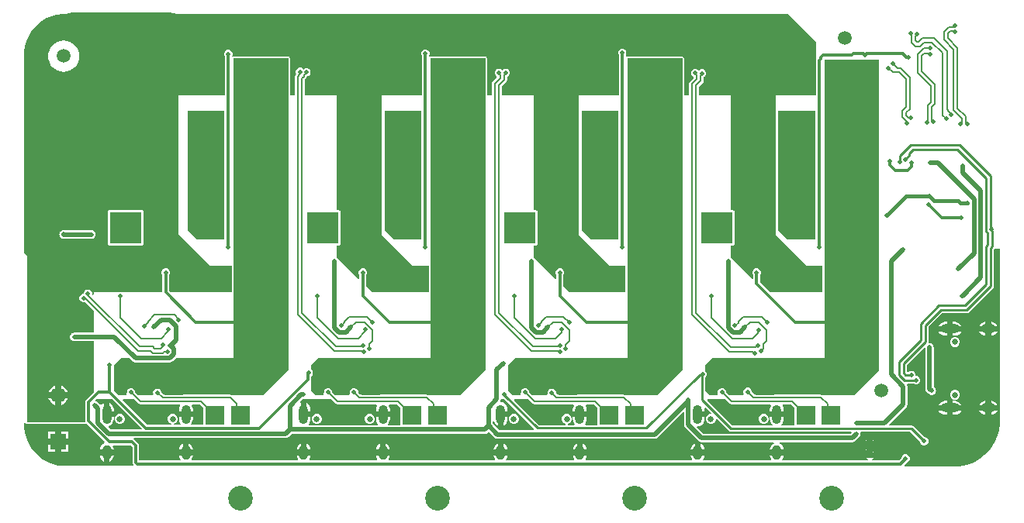
<source format=gbl>
G04*
G04 #@! TF.GenerationSoftware,Altium Limited,Altium Designer,23.4.1 (23)*
G04*
G04 Layer_Physical_Order=2*
G04 Layer_Color=16711680*
%FSLAX44Y44*%
%MOMM*%
G71*
G04*
G04 #@! TF.SameCoordinates,3060DD58-918D-4E1B-9459-4C9D01607EA3*
G04*
G04*
G04 #@! TF.FilePolarity,Positive*
G04*
G01*
G75*
%ADD34C,1.5000*%
%ADD36C,0.2032*%
%ADD37C,0.3048*%
%ADD38C,0.2540*%
%ADD39C,0.3810*%
%ADD40C,0.5080*%
%ADD55R,2.1082X2.1082*%
%ADD56O,1.0000X1.6000*%
%ADD57C,0.6750*%
%ADD58O,1.0000X2.1000*%
%ADD59C,1.7000*%
%ADD60R,1.7000X1.7000*%
%ADD61O,1.6000X1.0000*%
%ADD62O,2.1000X1.0000*%
%ADD63C,2.7000*%
%ADD64C,0.5000*%
%ADD65R,2.8461X3.0000*%
%ADD66R,3.5000X3.5000*%
%ADD67R,0.7028X2.6078*%
G36*
X160419Y606582D02*
X163874Y605656D01*
X164008Y605647D01*
X164136Y605604D01*
X170000Y604832D01*
D01*
X171181Y604676D01*
X171282Y604683D01*
X171381Y604660D01*
X174934Y604544D01*
X174967Y604549D01*
X175000Y604543D01*
X835525Y604543D01*
X866580Y573488D01*
X865987Y572895D01*
Y553488D01*
Y515988D01*
X822000D01*
Y363238D01*
X854868Y330370D01*
X854148Y329294D01*
X853583Y329528D01*
X851578D01*
X849725Y328760D01*
X848627Y327663D01*
X852580D01*
Y321313D01*
X848627D01*
X849452Y320488D01*
X848627Y319663D01*
X852580D01*
Y313313D01*
X848627D01*
X849452Y312488D01*
X848627Y311663D01*
X852580D01*
Y308488D01*
X855755D01*
Y304535D01*
X856250Y305031D01*
X857080Y305503D01*
X857910Y305031D01*
X858405Y304535D01*
Y308488D01*
X864755D01*
Y304535D01*
X865250Y305031D01*
X866080Y305503D01*
X866910Y305031D01*
X867725Y304215D01*
X869577Y303448D01*
X871582D01*
X871985Y303615D01*
X873041Y302909D01*
Y300488D01*
X815801D01*
X804891Y311398D01*
Y319431D01*
X805113Y319653D01*
X805798Y321307D01*
Y323097D01*
X805113Y324751D01*
X803847Y326017D01*
X802193Y326702D01*
X800403D01*
X798749Y326017D01*
X797483Y324751D01*
X796798Y323097D01*
Y321307D01*
X797483Y319653D01*
X797705Y319431D01*
Y315942D01*
X796532Y315456D01*
X773250Y338738D01*
Y351449D01*
X775000D01*
X775780Y351604D01*
X776442Y352046D01*
X776884Y352707D01*
X777039Y353488D01*
Y388488D01*
X776884Y389268D01*
X776442Y389930D01*
X775780Y390372D01*
X775000Y390527D01*
X773250D01*
Y515988D01*
X738075D01*
Y525160D01*
X742352Y529436D01*
X742352Y529436D01*
X743018Y530434D01*
X743252Y531611D01*
Y535676D01*
X743940Y535961D01*
X745206Y537227D01*
X745891Y538881D01*
Y540671D01*
X745206Y542325D01*
X743940Y543591D01*
X742286Y544276D01*
X740496D01*
X738842Y543591D01*
X737952Y542701D01*
X736941Y543713D01*
X735287Y544398D01*
X733497D01*
X731843Y543713D01*
X730577Y542447D01*
X729892Y540793D01*
Y539003D01*
X730577Y537349D01*
X731843Y536083D01*
X732228Y535923D01*
X732377Y534625D01*
X728254Y530502D01*
X727587Y529504D01*
X727353Y528327D01*
X727353Y528327D01*
Y515988D01*
X722119D01*
Y555988D01*
X721964Y556768D01*
X721522Y557430D01*
X720860Y557872D01*
X720080Y558027D01*
X660080D01*
X659443Y557900D01*
X659150Y557975D01*
X658697Y558286D01*
X658395Y559561D01*
X659080Y561215D01*
Y563005D01*
X658395Y564659D01*
X657129Y565925D01*
X655475Y566610D01*
X653685D01*
X652031Y565925D01*
X650765Y564659D01*
X650080Y563005D01*
Y561215D01*
X650765Y559561D01*
X650987Y559339D01*
Y515988D01*
X607000D01*
Y363238D01*
X639868Y330370D01*
X639148Y329294D01*
X638582Y329528D01*
X636577D01*
X634725Y328760D01*
X633627Y327663D01*
X637580D01*
Y321313D01*
X633627D01*
X634452Y320488D01*
X633627Y319663D01*
X637580D01*
Y313313D01*
X633627D01*
X634452Y312488D01*
X633627Y311663D01*
X637580D01*
Y308488D01*
X640755D01*
Y304535D01*
X641250Y305031D01*
X642080Y305503D01*
X642910Y305031D01*
X643405Y304535D01*
Y308488D01*
X649755D01*
Y304535D01*
X650250Y305031D01*
X651080Y305503D01*
X651910Y305031D01*
X652725Y304215D01*
X654577Y303448D01*
X656582D01*
X656985Y303615D01*
X658041Y302909D01*
Y300488D01*
X596500D01*
X589891Y307097D01*
X589891Y319431D01*
X590113Y319653D01*
X590798Y321307D01*
Y323097D01*
X590113Y324751D01*
X588847Y326017D01*
X587193Y326702D01*
X585403D01*
X583749Y326017D01*
X582483Y324751D01*
X581798Y323097D01*
Y321307D01*
X582483Y319653D01*
X582705Y319431D01*
Y315942D01*
X581532Y315456D01*
X558250Y338738D01*
Y351449D01*
X560000D01*
X560780Y351604D01*
X561442Y352046D01*
X561884Y352707D01*
X562039Y353488D01*
Y388488D01*
X561884Y389268D01*
X561442Y389930D01*
X560780Y390372D01*
X560000Y390527D01*
X558250D01*
Y515988D01*
X523075D01*
Y525672D01*
X528002Y530599D01*
X528002Y530599D01*
X528669Y531597D01*
X528903Y532774D01*
Y536188D01*
X529591Y536473D01*
X530857Y537739D01*
X531542Y539393D01*
Y541183D01*
X530857Y542837D01*
X529591Y544103D01*
X527937Y544788D01*
X526147D01*
X524493Y544103D01*
X523542Y543152D01*
X522591Y544103D01*
X520937Y544788D01*
X519147D01*
X517493Y544103D01*
X516227Y542837D01*
X515542Y541183D01*
Y539393D01*
X516227Y537739D01*
X517205Y536761D01*
X517412Y535494D01*
X517383Y535144D01*
X513254Y531014D01*
X512587Y530016D01*
X512353Y528839D01*
X512353Y528839D01*
Y515988D01*
X507119D01*
Y555988D01*
X506964Y556768D01*
X506522Y557430D01*
X505860Y557872D01*
X505080Y558027D01*
X445080D01*
X444537Y557919D01*
X444454Y557947D01*
X443934Y558464D01*
X443642Y558937D01*
X444174Y560221D01*
Y562011D01*
X443489Y563665D01*
X442223Y564931D01*
X440569Y565616D01*
X438779D01*
X437125Y564931D01*
X435859Y563665D01*
X435174Y562011D01*
Y560221D01*
X435859Y558567D01*
X436081Y558345D01*
Y553960D01*
X435987Y553488D01*
Y515988D01*
X392000D01*
Y363238D01*
X424868Y330370D01*
X424148Y329294D01*
X423582Y329528D01*
X421577D01*
X419725Y328760D01*
X418627Y327663D01*
X422580D01*
Y321313D01*
X418627D01*
X419452Y320488D01*
X418627Y319663D01*
X422580D01*
Y313313D01*
X418627D01*
X419452Y312488D01*
X418627Y311663D01*
X422580D01*
Y308488D01*
X425755D01*
Y304535D01*
X426250Y305031D01*
X427080Y305503D01*
X427910Y305031D01*
X428405Y304535D01*
Y308488D01*
X434755D01*
Y304535D01*
X435250Y305031D01*
X436080Y305503D01*
X436910Y305031D01*
X437725Y304215D01*
X439577Y303448D01*
X441582D01*
X441985Y303615D01*
X443041Y302909D01*
Y300488D01*
X381500D01*
X374891Y307097D01*
X374891Y319431D01*
X375113Y319653D01*
X375798Y321307D01*
Y323097D01*
X375113Y324751D01*
X373847Y326017D01*
X372193Y326702D01*
X370403D01*
X368749Y326017D01*
X367483Y324751D01*
X366798Y323097D01*
Y321307D01*
X367483Y319653D01*
X367705Y319431D01*
Y315942D01*
X366532Y315456D01*
X343250Y338738D01*
Y351449D01*
X345000D01*
X345780Y351604D01*
X346442Y352046D01*
X346884Y352707D01*
X347039Y353488D01*
Y388488D01*
X346884Y389268D01*
X346442Y389930D01*
X345780Y390372D01*
X345000Y390527D01*
X343250D01*
Y515988D01*
X308075D01*
Y533227D01*
X309083Y534235D01*
X309749Y535232D01*
X309935Y536164D01*
X310377Y536606D01*
X310755D01*
X312409Y537291D01*
X313675Y538557D01*
X314360Y540211D01*
Y542001D01*
X313675Y543655D01*
X312409Y544921D01*
X310755Y545606D01*
X308965D01*
X307311Y544921D01*
X306411Y544021D01*
X305236Y545195D01*
X303582Y545880D01*
X301792D01*
X300138Y545195D01*
X298873Y543929D01*
X298187Y542276D01*
Y540485D01*
X298768Y539083D01*
X298254Y538569D01*
X297587Y537571D01*
X297353Y536395D01*
X297353Y536394D01*
Y515988D01*
X292119D01*
Y555988D01*
X291964Y556768D01*
X291522Y557430D01*
X290860Y557872D01*
X290080Y558027D01*
X230080D01*
X229565Y557924D01*
X228904Y558477D01*
X228607Y558930D01*
X229036Y559967D01*
Y561757D01*
X228351Y563411D01*
X227085Y564677D01*
X225431Y565362D01*
X223641D01*
X221987Y564677D01*
X220721Y563411D01*
X220036Y561757D01*
Y559967D01*
X220721Y558313D01*
X220987Y558047D01*
Y515988D01*
X170000D01*
X170000Y364238D01*
X204359Y329879D01*
X204203Y328239D01*
X203627Y327663D01*
X207580D01*
Y321313D01*
X203627D01*
X204452Y320488D01*
X203627Y319663D01*
X207580D01*
Y313313D01*
X203627D01*
X204452Y312488D01*
X203627Y311663D01*
X207580D01*
Y308488D01*
X210755D01*
Y304535D01*
X211250Y305031D01*
X212080Y305503D01*
X212910Y305031D01*
X213405Y304535D01*
Y308488D01*
X219755D01*
Y304535D01*
X220250Y305031D01*
X221080Y305503D01*
X221910Y305031D01*
X222725Y304215D01*
X224578Y303448D01*
X226583D01*
X226985Y303615D01*
X228041Y302909D01*
Y300488D01*
X161376D01*
X159891Y301973D01*
X159891Y319431D01*
X160113Y319653D01*
X160798Y321307D01*
Y323097D01*
X160113Y324751D01*
X158847Y326017D01*
X157193Y326702D01*
X155403D01*
X153749Y326017D01*
X153500Y325768D01*
X152483Y324751D01*
X151798Y323097D01*
Y321307D01*
X152483Y319653D01*
X152705Y319431D01*
X152705Y300988D01*
D01*
Y300488D01*
X107535D01*
X107409Y300540D01*
X105619D01*
X105493Y300488D01*
X77580D01*
Y297948D01*
X76310Y297421D01*
X75846Y297885D01*
X75974Y298192D01*
Y299982D01*
X75764Y300488D01*
X75288Y301636D01*
X74023Y302902D01*
X72369Y303587D01*
X70578D01*
X68924Y302902D01*
X67659Y301636D01*
X67183Y300488D01*
X66974Y299982D01*
Y298638D01*
X65629D01*
X63975Y297952D01*
X62709Y296687D01*
X62024Y295033D01*
Y293242D01*
X62709Y291589D01*
X63975Y290323D01*
X65629Y289638D01*
X67419D01*
X68107Y289923D01*
X77580Y280449D01*
Y256373D01*
X56388D01*
X55740Y256244D01*
X55493D01*
X55265Y256149D01*
X54617Y256020D01*
X54067Y255653D01*
X53839Y255559D01*
X53664Y255384D01*
X53115Y255017D01*
X52748Y254467D01*
X52573Y254293D01*
X52479Y254065D01*
X52111Y253515D01*
X51982Y252867D01*
X51888Y252639D01*
Y252392D01*
X51759Y251744D01*
X51888Y251096D01*
Y250849D01*
X51982Y250621D01*
X52111Y249972D01*
X52479Y249423D01*
X52573Y249195D01*
X52748Y249020D01*
X53115Y248471D01*
X53664Y248103D01*
X53839Y247929D01*
X54067Y247834D01*
X54617Y247467D01*
X55265Y247338D01*
X55493Y247244D01*
X55740D01*
X56388Y247115D01*
X77580D01*
Y191403D01*
X69341Y183165D01*
X68562Y181999D01*
X68289Y180624D01*
Y159719D01*
X68338Y159470D01*
X67533Y158488D01*
X5080D01*
Y340176D01*
X2039Y343217D01*
X2039Y560908D01*
X2039Y563768D01*
X2785Y569439D01*
X4266Y574964D01*
X6455Y580249D01*
X9315Y585202D01*
X12797Y589740D01*
X16842Y593785D01*
X21379Y597267D01*
X26333Y600127D01*
X31618Y602316D01*
X37143Y603796D01*
X42814Y604543D01*
X45674Y604543D01*
X45724Y604553D01*
X45774Y604545D01*
X47244Y604617D01*
X47391Y604654D01*
X47542D01*
X50426Y605228D01*
X50612Y605304D01*
X50809Y605344D01*
X53525Y606469D01*
X53692Y606580D01*
X53696Y606582D01*
X106739Y606582D01*
X128174D01*
X128174Y606582D01*
X160419D01*
X160419Y606582D01*
D02*
G37*
G36*
X865000Y358488D02*
X835000D01*
X825000Y368488D01*
Y498488D01*
X865000D01*
Y358488D01*
D02*
G37*
G36*
X650000D02*
X620000D01*
X610000Y368488D01*
Y498488D01*
X650000D01*
Y358488D01*
D02*
G37*
G36*
X435000D02*
X405000D01*
X395000Y368488D01*
Y498488D01*
X435000D01*
Y358488D01*
D02*
G37*
G36*
X220000D02*
X190000D01*
X180000Y368488D01*
Y498488D01*
X220000D01*
Y358488D01*
D02*
G37*
G36*
X290080Y215488D02*
X272080Y197488D01*
X263080Y188488D01*
X226777D01*
X226480Y188547D01*
X226480Y188547D01*
X175080D01*
Y188488D01*
X155080Y188488D01*
Y188547D01*
X154094D01*
X151565Y191076D01*
Y191606D01*
X150880Y193260D01*
X149614Y194526D01*
X147960Y195211D01*
X146170D01*
X144516Y194526D01*
X143250Y193260D01*
X142565Y191606D01*
Y189816D01*
X142677Y189544D01*
X141972Y188488D01*
X125705D01*
X122952Y191241D01*
Y192287D01*
X122267Y193941D01*
X121001Y195207D01*
X119347Y195892D01*
X117557D01*
X115903Y195207D01*
X114637Y193941D01*
X113952Y192287D01*
Y190701D01*
X113809Y190334D01*
X113626Y190125D01*
Y188488D01*
X105080D01*
X100080Y193488D01*
X100080Y201551D01*
X100080Y201551D01*
Y220988D01*
X107580Y228488D01*
X116786D01*
X119917Y225357D01*
X119917Y225357D01*
X121419Y224353D01*
X123190Y224001D01*
X160883D01*
X160883Y224001D01*
X162655Y224353D01*
X164156Y225357D01*
X167288Y228488D01*
X230080D01*
Y535488D01*
Y555988D01*
X290080D01*
Y215488D01*
D02*
G37*
G36*
X935080D02*
X917080Y197488D01*
X908080Y188488D01*
X871777D01*
X871480Y188547D01*
X871480Y188547D01*
X820080D01*
Y188488D01*
X800080Y188488D01*
Y188547D01*
X798812D01*
X795710Y191649D01*
Y192695D01*
X795025Y194349D01*
X793759Y195615D01*
X792105Y196300D01*
X790315D01*
X788661Y195615D01*
X787395Y194349D01*
X786710Y192695D01*
Y190905D01*
X787185Y189758D01*
X786499Y188488D01*
X770705D01*
X767952Y191241D01*
Y192287D01*
X767267Y193941D01*
X766001Y195207D01*
X764347Y195892D01*
X762557D01*
X760903Y195207D01*
X759637Y193941D01*
X758952Y192287D01*
Y190701D01*
X758809Y190334D01*
X758626Y190125D01*
Y188488D01*
X750080D01*
X745080Y193488D01*
X745080Y207238D01*
X745144D01*
Y207266D01*
X746067Y208189D01*
X746752Y209843D01*
Y211633D01*
X746067Y213287D01*
X745080Y214274D01*
Y220988D01*
X752580Y228488D01*
X875080D01*
Y535488D01*
Y555020D01*
X935080D01*
Y215488D01*
D02*
G37*
G36*
X720080D02*
X702080Y197488D01*
X693080Y188488D01*
X656777D01*
X656480Y188547D01*
X656480Y188547D01*
X605080D01*
Y188488D01*
X585080Y188488D01*
Y188547D01*
X584094D01*
X582081Y190560D01*
Y191606D01*
X581396Y193260D01*
X580130Y194526D01*
X578476Y195211D01*
X576686D01*
X575032Y194526D01*
X573766Y193260D01*
X573081Y191606D01*
Y189816D01*
X573194Y189544D01*
X572488Y188488D01*
X555705D01*
X552952Y191241D01*
Y192287D01*
X552267Y193941D01*
X551001Y195207D01*
X549347Y195892D01*
X547557D01*
X545903Y195207D01*
X544637Y193941D01*
X543952Y192287D01*
Y190701D01*
X543809Y190334D01*
X543626Y190125D01*
Y188488D01*
X535080D01*
X530080Y193488D01*
X530080Y201551D01*
X530080Y201551D01*
Y220988D01*
X537580Y228488D01*
X660080D01*
Y535488D01*
Y555988D01*
X720080D01*
Y215488D01*
D02*
G37*
G36*
X505080D02*
X487080Y197488D01*
X478080Y188488D01*
X441777D01*
X441480Y188547D01*
X441480Y188547D01*
X390080D01*
Y188488D01*
X370080Y188488D01*
Y188547D01*
X368536D01*
X366196Y190887D01*
Y191933D01*
X365511Y193587D01*
X364245Y194853D01*
X362591Y195538D01*
X360801D01*
X359147Y194853D01*
X357881Y193587D01*
X357196Y191933D01*
Y190143D01*
X357355Y189758D01*
X356507Y188488D01*
X340705D01*
X337952Y191241D01*
Y192287D01*
X337267Y193941D01*
X336001Y195207D01*
X334347Y195892D01*
X332557D01*
X330903Y195207D01*
X329637Y193941D01*
X328952Y192287D01*
Y190701D01*
X328809Y190334D01*
X328626Y190125D01*
Y188488D01*
X320080D01*
X315080Y193488D01*
X315080Y201551D01*
X315080Y201551D01*
Y204813D01*
X315080Y204813D01*
Y207238D01*
X315149D01*
Y208739D01*
X316357Y209947D01*
X317042Y211601D01*
Y213391D01*
X316357Y215045D01*
X315091Y216311D01*
X315080Y216315D01*
Y220988D01*
X322580Y228488D01*
X445080D01*
Y535488D01*
Y555988D01*
X505080D01*
Y215488D01*
D02*
G37*
G36*
X1066793Y159740D02*
X1066793Y156514D01*
X1065950Y150118D01*
X1064281Y143887D01*
X1061812Y137927D01*
X1058587Y132340D01*
X1054659Y127222D01*
X1050098Y122660D01*
X1044980Y118733D01*
X1039393Y115507D01*
X1033433Y113039D01*
X1027202Y111369D01*
X1020806Y110527D01*
X1017580Y110527D01*
X962804Y110527D01*
X962318Y111700D01*
X965368Y114750D01*
X966345Y115155D01*
X967611Y116421D01*
X968296Y118075D01*
Y119865D01*
X967611Y121519D01*
X966345Y122785D01*
X964691Y123470D01*
X962901D01*
X961247Y122785D01*
X959981Y121519D01*
X959296Y119865D01*
Y118841D01*
X957060Y116605D01*
X927172D01*
X926920Y117875D01*
X927669Y118185D01*
X928767Y119283D01*
X920861D01*
X921959Y118185D01*
X922708Y117875D01*
X922456Y116605D01*
X829870D01*
X829244Y117875D01*
X829866Y118685D01*
X830626Y120520D01*
X830862Y122313D01*
X823280D01*
X815698D01*
X815934Y120520D01*
X816694Y118685D01*
X817316Y117875D01*
X816689Y116605D01*
X743471D01*
X742844Y117875D01*
X743466Y118685D01*
X744226Y120520D01*
X744462Y122313D01*
X729298D01*
X729534Y120520D01*
X730294Y118685D01*
X730916Y117875D01*
X730290Y116605D01*
X614870D01*
X614244Y117875D01*
X614866Y118685D01*
X615626Y120520D01*
X615862Y122313D01*
X608280D01*
X600698D01*
X600934Y120520D01*
X601694Y118685D01*
X602316Y117875D01*
X601689Y116605D01*
X528471D01*
X527844Y117875D01*
X528466Y118685D01*
X529226Y120520D01*
X529462Y122313D01*
X514298D01*
X514534Y120520D01*
X515294Y118685D01*
X515916Y117875D01*
X515290Y116605D01*
X399870D01*
X399244Y117875D01*
X399866Y118685D01*
X400626Y120520D01*
X400862Y122313D01*
X393280D01*
Y125488D01*
D01*
Y122313D01*
X385698D01*
X385934Y120520D01*
X386694Y118685D01*
X387316Y117875D01*
X386689Y116605D01*
X313471D01*
X312844Y117875D01*
X313466Y118685D01*
X314226Y120520D01*
X314462Y122313D01*
X299298D01*
X299534Y120520D01*
X300294Y118685D01*
X300916Y117875D01*
X300290Y116605D01*
X184870D01*
X184244Y117875D01*
X184866Y118685D01*
X185626Y120520D01*
X185862Y122313D01*
X178280D01*
Y125488D01*
D01*
Y122313D01*
X170698D01*
X170934Y120520D01*
X171694Y118685D01*
X172316Y117875D01*
X171689Y116605D01*
X127037D01*
Y132872D01*
X126763Y134247D01*
X125985Y135413D01*
X121845Y139553D01*
X121235Y139960D01*
X121620Y141230D01*
X287307D01*
X287307Y141230D01*
X289078Y141582D01*
X290580Y142586D01*
X293763Y145769D01*
X504444D01*
X504444Y145769D01*
X506215Y146121D01*
X507717Y147125D01*
X508762Y148169D01*
X515141Y141791D01*
X515141Y141791D01*
X516643Y140787D01*
X518414Y140435D01*
X518414Y140435D01*
X689864D01*
X689864Y140435D01*
X691635Y140787D01*
X693137Y141791D01*
X720892Y169545D01*
X722065Y169059D01*
Y155732D01*
X722065Y155732D01*
X722417Y153960D01*
X723421Y152459D01*
X737899Y137981D01*
X737899Y137981D01*
X739401Y136977D01*
X741172Y136625D01*
X741172Y136625D01*
X819903D01*
X820155Y135355D01*
X819477Y135074D01*
X817902Y133865D01*
X816694Y132290D01*
X815934Y130456D01*
X815698Y128663D01*
X823280D01*
X830862D01*
X830626Y130456D01*
X829866Y132290D01*
X828658Y133865D01*
X827082Y135074D01*
X826405Y135355D01*
X826657Y136625D01*
X905510D01*
X905510Y136625D01*
X907281Y136977D01*
X908783Y137981D01*
X913169Y142367D01*
X913536Y142916D01*
X913711Y143091D01*
X913805Y143319D01*
X914173Y143868D01*
X914302Y144517D01*
X914396Y144745D01*
Y144991D01*
X914525Y145640D01*
X914396Y146288D01*
Y146535D01*
X914302Y146763D01*
X914285Y146846D01*
X915024Y147979D01*
X915229Y148116D01*
X968863D01*
X979496Y137483D01*
Y136803D01*
X980181Y135149D01*
X981447Y133883D01*
X983101Y133198D01*
X984891D01*
X986545Y133883D01*
X987811Y135149D01*
X988496Y136803D01*
Y138593D01*
X987811Y140247D01*
X986545Y141513D01*
X984891Y142198D01*
X984211D01*
X972601Y153807D01*
X971520Y154530D01*
X970244Y154784D01*
X946296D01*
X945810Y155957D01*
X964409Y174557D01*
X964409Y174557D01*
X964777Y175106D01*
X964951Y175281D01*
X965045Y175509D01*
X965413Y176058D01*
X965542Y176707D01*
X965636Y176935D01*
Y177181D01*
X965765Y177830D01*
X965765Y177830D01*
Y197645D01*
X965765Y197646D01*
X965413Y199417D01*
X965206Y199726D01*
X965885Y200996D01*
X972348D01*
X972594Y200750D01*
X974248Y200065D01*
X976038D01*
X977692Y200750D01*
X978958Y202016D01*
X979643Y203670D01*
Y205460D01*
X978958Y207114D01*
X977692Y208380D01*
X976038Y209065D01*
X974748D01*
X974654Y209205D01*
Y210996D01*
X973969Y212649D01*
X972703Y213915D01*
X971050Y214600D01*
X969259D01*
X967606Y213915D01*
X967448Y213758D01*
X965232D01*
Y221335D01*
X983939Y240042D01*
X985209Y239516D01*
Y195246D01*
X985209Y195246D01*
X985561Y193474D01*
X986565Y191973D01*
X988923Y189615D01*
X988923Y189615D01*
X990425Y188611D01*
X991292Y188439D01*
X991415Y188388D01*
X991548D01*
X992196Y188259D01*
X992196Y188259D01*
X992310D01*
X992958Y188388D01*
X993205D01*
X993433Y188482D01*
X994081Y188611D01*
X994631Y188979D01*
X994859Y189073D01*
X995033Y189247D01*
X995583Y189615D01*
X995950Y190164D01*
X996125Y190339D01*
X996219Y190567D01*
X996587Y191116D01*
X996716Y191765D01*
X996810Y191993D01*
Y192239D01*
X996939Y192888D01*
X996810Y193536D01*
Y193783D01*
X996716Y194011D01*
X996587Y194659D01*
X996219Y195209D01*
X996125Y195437D01*
X995950Y195611D01*
X995583Y196161D01*
X995239Y196391D01*
X994467Y197163D01*
Y240568D01*
X994338Y241216D01*
Y241463D01*
X994244Y241691D01*
X994115Y242339D01*
X993747Y242889D01*
X993653Y243117D01*
X993478Y243291D01*
X993111Y243841D01*
X992561Y244208D01*
X992387Y244383D01*
X992159Y244477D01*
X991609Y244844D01*
X990961Y244973D01*
X990733Y245068D01*
X990486D01*
X989838Y245197D01*
X989714Y245172D01*
X988661Y246034D01*
X988600Y246241D01*
Y262809D01*
X1003411Y277620D01*
X1030550D01*
X1031826Y277874D01*
X1032908Y278596D01*
X1059187Y304876D01*
X1059910Y305958D01*
X1060164Y307234D01*
Y347439D01*
X1060997Y348271D01*
X1061141Y348488D01*
X1066793D01*
Y159740D01*
D02*
G37*
G36*
X126438Y179058D02*
X126438Y179057D01*
X127435Y178391D01*
X128612Y178157D01*
X171460Y178157D01*
X172022Y177018D01*
X171694Y176590D01*
X170934Y174756D01*
X170675Y172788D01*
Y170463D01*
X178280D01*
X185885D01*
Y172788D01*
X185626Y174756D01*
X184866Y176590D01*
X184538Y177018D01*
X185100Y178157D01*
X193562D01*
X197539Y174180D01*
Y155516D01*
X184455D01*
X183946Y156786D01*
X184866Y157985D01*
X185626Y159819D01*
X185885Y161788D01*
Y164113D01*
X178280D01*
X170675D01*
Y161788D01*
X170934Y159819D01*
X171694Y157985D01*
X172614Y156786D01*
X172105Y155516D01*
X165719D01*
X165466Y156786D01*
X167024Y157431D01*
X168536Y158943D01*
X169354Y160919D01*
Y163057D01*
X168536Y165033D01*
X167024Y166544D01*
X165048Y167363D01*
X162910D01*
X160935Y166544D01*
X159423Y165033D01*
X158604Y163057D01*
Y160919D01*
X159423Y158943D01*
X160935Y157431D01*
X162492Y156786D01*
X162239Y155516D01*
X136361D01*
X109563Y182314D01*
X110049Y183488D01*
X122007D01*
X126438Y179058D01*
D02*
G37*
G36*
X556437D02*
X556438Y179057D01*
X557435Y178391D01*
X558612Y178157D01*
X601460Y178157D01*
X602022Y177018D01*
X601694Y176590D01*
X600934Y174756D01*
X600675Y172788D01*
Y170463D01*
X608280D01*
X615885D01*
Y172788D01*
X615626Y174756D01*
X614866Y176590D01*
X614538Y177018D01*
X615100Y178157D01*
X623562D01*
X627539Y174180D01*
Y155442D01*
X614327D01*
X613889Y156712D01*
X614866Y157985D01*
X615626Y159819D01*
X615885Y161788D01*
Y164113D01*
X608280D01*
X600675D01*
Y161788D01*
X600934Y159819D01*
X601694Y157985D01*
X602671Y156712D01*
X602233Y155442D01*
X595541D01*
X595288Y156712D01*
X597024Y157431D01*
X598536Y158943D01*
X599354Y160919D01*
Y163057D01*
X598536Y165033D01*
X597024Y166544D01*
X595048Y167363D01*
X592910D01*
X590934Y166544D01*
X589422Y165033D01*
X588604Y163057D01*
Y160919D01*
X589422Y158943D01*
X590934Y157431D01*
X592670Y156712D01*
X592418Y155442D01*
X563261D01*
X536388Y182314D01*
X536874Y183488D01*
X552007D01*
X556437Y179058D01*
D02*
G37*
G36*
X341437D02*
X341438Y179057D01*
X342435Y178391D01*
X343612Y178157D01*
X386460Y178157D01*
X387022Y177018D01*
X386694Y176590D01*
X385934Y174756D01*
X385675Y172788D01*
Y170463D01*
X393280D01*
X400885D01*
Y172788D01*
X400626Y174756D01*
X399866Y176590D01*
X399538Y177018D01*
X400100Y178157D01*
X408562D01*
X412539Y174180D01*
Y155027D01*
X398941D01*
X398510Y156297D01*
X398657Y156410D01*
X399866Y157985D01*
X400626Y159819D01*
X400885Y161788D01*
Y164113D01*
X393280D01*
X385675D01*
Y161788D01*
X385934Y159819D01*
X386694Y157985D01*
X387902Y156410D01*
X388050Y156297D01*
X387619Y155027D01*
X312541D01*
X312110Y156297D01*
X312258Y156410D01*
X313466Y157985D01*
X314226Y159819D01*
X314485Y161788D01*
Y164113D01*
X306880D01*
Y167288D01*
X303705D01*
Y179634D01*
X303383Y179501D01*
X302664Y180577D01*
X305574Y183488D01*
X337007D01*
X341437Y179058D01*
D02*
G37*
G36*
X558310Y150963D02*
X557784Y149693D01*
X520331D01*
X513391Y156633D01*
Y159261D01*
X514661Y159514D01*
X515294Y157985D01*
X516502Y156410D01*
X518078Y155202D01*
X518705Y154942D01*
Y167288D01*
X521880D01*
Y170463D01*
X529485D01*
Y172788D01*
X529226Y174756D01*
X528466Y176590D01*
X527258Y178165D01*
X525683Y179374D01*
X523848Y180134D01*
X522325Y180334D01*
X521598Y181532D01*
X521675Y181646D01*
X522027Y183418D01*
X523237Y183488D01*
X525785D01*
X558310Y150963D01*
D02*
G37*
G36*
X771438Y179058D02*
X771438Y179057D01*
X772435Y178391D01*
X773612Y178157D01*
X816460Y178157D01*
X817022Y177018D01*
X816694Y176590D01*
X815934Y174756D01*
X815675Y172788D01*
Y170463D01*
X823280D01*
X830885D01*
Y172788D01*
X830626Y174756D01*
X829866Y176590D01*
X829538Y177018D01*
X830100Y178157D01*
X838562D01*
X842539Y174180D01*
Y154784D01*
X828624D01*
X828193Y156054D01*
X828657Y156410D01*
X829866Y157985D01*
X830626Y159819D01*
X830885Y161788D01*
Y164113D01*
X823280D01*
X815675D01*
Y161788D01*
X815934Y159819D01*
X816694Y157985D01*
X817902Y156410D01*
X818367Y156054D01*
X817936Y154784D01*
X774775D01*
X747244Y182314D01*
X747730Y183488D01*
X767007D01*
X771438Y179058D01*
D02*
G37*
G36*
X751496Y168633D02*
X750970Y167363D01*
X750112D01*
X748136Y166544D01*
X746624Y165033D01*
X745806Y163057D01*
Y160919D01*
X746624Y158943D01*
X748136Y157431D01*
X750112Y156613D01*
X752250D01*
X754226Y157431D01*
X755738Y158943D01*
X756556Y160919D01*
Y161777D01*
X757826Y162303D01*
X771037Y149092D01*
X772118Y148370D01*
X773394Y148116D01*
X904166D01*
X904652Y146943D01*
X903593Y145883D01*
X743089D01*
X735947Y153025D01*
X736541Y154228D01*
X736880Y154183D01*
X738848Y154442D01*
X740683Y155202D01*
X742258Y156410D01*
X743466Y157985D01*
X744226Y159820D01*
X744485Y161788D01*
Y164113D01*
X736880D01*
Y170463D01*
X744485D01*
Y172788D01*
X744324Y174008D01*
X745527Y174601D01*
X751496Y168633D01*
D02*
G37*
G36*
X130053Y151661D02*
X129567Y150488D01*
X96235D01*
X93454Y153269D01*
X94010Y154509D01*
X95683Y155202D01*
X97258Y156410D01*
X98466Y157985D01*
X99226Y159819D01*
X99485Y161788D01*
Y164113D01*
X91880D01*
Y167288D01*
X88705D01*
Y179634D01*
X88078Y179374D01*
X86503Y178165D01*
X86194Y177764D01*
X84927Y177681D01*
X82267Y180341D01*
X81718Y180708D01*
X81543Y180883D01*
X81315Y180977D01*
X80765Y181344D01*
X80182Y181460D01*
X80041Y181713D01*
X79829Y182384D01*
X79795Y182838D01*
X80331Y183488D01*
X98227D01*
X130053Y151661D01*
D02*
G37*
G36*
X3638Y157046D02*
X4300Y156604D01*
X5080Y156449D01*
X67533D01*
X67632Y156468D01*
X67733Y156459D01*
X68019Y156545D01*
X68313Y156604D01*
X68397Y156660D01*
X68494Y156689D01*
X69045Y157007D01*
X70069Y156442D01*
X70109Y156411D01*
X89512Y137007D01*
X89189Y135534D01*
X88078Y135074D01*
X86503Y133865D01*
X85294Y132290D01*
X84534Y130456D01*
X84298Y128663D01*
X99462D01*
X99226Y130456D01*
X98525Y132149D01*
X98919Y133208D01*
X99023Y133419D01*
X117816D01*
X119851Y131384D01*
Y114797D01*
X120125Y113422D01*
X120903Y112257D01*
X121144Y112016D01*
X120656Y110844D01*
X40452Y111072D01*
X38676Y111306D01*
X32910Y112851D01*
X27394Y115136D01*
X22225Y118121D01*
X17488Y121755D01*
X13267Y125976D01*
X9633Y130712D01*
X6648Y135882D01*
X4363Y141398D01*
X2818Y147164D01*
X2039Y153083D01*
X2039Y157327D01*
X2635Y157523D01*
X3309Y157538D01*
X3638Y157046D01*
D02*
G37*
%LPC*%
G36*
X45000Y575570D02*
X41667Y575242D01*
X38463Y574270D01*
X35510Y572691D01*
X32921Y570567D01*
X30797Y567978D01*
X29218Y565025D01*
X28246Y561820D01*
X27918Y558488D01*
X28246Y555155D01*
X29218Y551951D01*
X30797Y548997D01*
X32921Y546409D01*
X35510Y544285D01*
X38463Y542706D01*
X41667Y541734D01*
X45000Y541406D01*
X48333Y541734D01*
X51537Y542706D01*
X54490Y544285D01*
X57079Y546409D01*
X59203Y548997D01*
X60782Y551951D01*
X61754Y555155D01*
X62082Y558488D01*
X61754Y561820D01*
X60782Y565025D01*
X59203Y567978D01*
X57079Y570567D01*
X54490Y572691D01*
X51537Y574270D01*
X48333Y575242D01*
X45000Y575570D01*
D02*
G37*
G36*
X45212Y368387D02*
X45212Y368387D01*
X44772D01*
X44124Y368258D01*
X43877D01*
X43649Y368163D01*
X43001Y368034D01*
X42451Y367667D01*
X42223Y367573D01*
X42049Y367398D01*
X42005Y367369D01*
X41499Y367031D01*
X41132Y366481D01*
X40957Y366307D01*
X40863Y366079D01*
X40843Y366050D01*
X40495Y365529D01*
X40367Y364881D01*
X40272Y364653D01*
Y364406D01*
X40143Y363758D01*
X40272Y363110D01*
Y362863D01*
X40367Y362635D01*
X40495Y361986D01*
X40863Y361437D01*
X40957Y361209D01*
X41132Y361034D01*
X41499Y360485D01*
X42049Y360117D01*
X42223Y359943D01*
X42451Y359849D01*
X43001Y359481D01*
X43649Y359352D01*
X43877Y359258D01*
X44124D01*
X44772Y359129D01*
X45096D01*
X45241Y359100D01*
X45241Y359100D01*
X75213D01*
X75861Y359229D01*
X76108D01*
X76336Y359324D01*
X76984Y359452D01*
X77534Y359820D01*
X77762Y359914D01*
X77936Y360089D01*
D01*
X78486Y360456D01*
X78853Y361006D01*
X78882Y361034D01*
X79028Y361180D01*
X79122Y361408D01*
D01*
X79489Y361958D01*
X79495Y361986D01*
X79618Y362606D01*
X79713Y362834D01*
Y363081D01*
D01*
X79842Y363729D01*
X79836Y363758D01*
X79713Y364377D01*
D01*
Y364624D01*
X79618Y364852D01*
X79489Y365500D01*
X79122Y366050D01*
X79028Y366278D01*
X78853Y366452D01*
X78486Y367002D01*
X78443Y367031D01*
X77936Y367369D01*
X77762Y367544D01*
X77534Y367638D01*
X76984Y368006D01*
X76336Y368135D01*
X76108Y368229D01*
X75861D01*
X75213Y368358D01*
X45357D01*
X45212Y368387D01*
D02*
G37*
G36*
X130000Y390527D02*
X95000D01*
X94220Y390372D01*
X93558Y389930D01*
X93116Y389268D01*
X92961Y388488D01*
Y353488D01*
X93116Y352707D01*
X93558Y352046D01*
X94220Y351604D01*
X95000Y351449D01*
X130000D01*
X130780Y351604D01*
X131442Y352046D01*
X131884Y352707D01*
X132039Y353488D01*
Y388488D01*
X131884Y389268D01*
X131442Y389930D01*
X130780Y390372D01*
X130000Y390527D01*
D02*
G37*
G36*
X849405Y305313D02*
X848627D01*
X849405Y304535D01*
Y305313D01*
D02*
G37*
G36*
X634405D02*
X633627D01*
X634405Y304535D01*
Y305313D01*
D02*
G37*
G36*
X419405D02*
X418627D01*
X419405Y304535D01*
Y305313D01*
D02*
G37*
G36*
X204405D02*
X203627D01*
X204405Y304535D01*
Y305313D01*
D02*
G37*
G36*
X42037Y198569D02*
Y191165D01*
X49441D01*
X49150Y192251D01*
X47696Y194769D01*
X45641Y196824D01*
X43123Y198277D01*
X42037Y198569D01*
D02*
G37*
G36*
X35687Y198568D02*
X34601Y198277D01*
X32083Y196824D01*
X30028Y194769D01*
X28574Y192251D01*
X28283Y191165D01*
X35687D01*
Y198568D01*
D02*
G37*
G36*
Y184815D02*
X28283D01*
X28574Y183729D01*
X30028Y181211D01*
X32083Y179156D01*
X34601Y177702D01*
X35687Y177411D01*
Y184815D01*
D02*
G37*
G36*
X49441D02*
X42037D01*
Y177411D01*
X43123Y177702D01*
X45641Y179156D01*
X47696Y181211D01*
X49150Y183729D01*
X49441Y184815D01*
D02*
G37*
G36*
X1017780Y268192D02*
X1015455D01*
Y263762D01*
X1024626D01*
X1024366Y264389D01*
X1023158Y265965D01*
X1021582Y267173D01*
X1019748Y267933D01*
X1017780Y268192D01*
D02*
G37*
G36*
X1009105D02*
X1006780D01*
X1004811Y267933D01*
X1002977Y267173D01*
X1001402Y265965D01*
X1000194Y264389D01*
X999934Y263762D01*
X1009105D01*
Y268192D01*
D02*
G37*
G36*
X1057255Y268169D02*
Y263762D01*
X1063926D01*
X1063666Y264389D01*
X1062458Y265965D01*
X1060882Y267173D01*
X1059048Y267933D01*
X1057255Y268169D01*
D02*
G37*
G36*
X1050905Y268169D02*
X1049111Y267933D01*
X1047277Y267173D01*
X1045702Y265965D01*
X1044494Y264389D01*
X1044234Y263762D01*
X1050905D01*
Y268169D01*
D02*
G37*
G36*
Y257412D02*
X1044234D01*
X1044494Y256784D01*
X1045702Y255209D01*
X1047277Y254001D01*
X1049111Y253241D01*
X1050905Y253005D01*
Y257412D01*
D02*
G37*
G36*
X1063926D02*
X1057255D01*
Y253005D01*
X1059048Y253241D01*
X1060882Y254001D01*
X1062458Y255209D01*
X1063666Y256784D01*
X1063926Y257412D01*
D02*
G37*
G36*
X1024626Y257412D02*
X1015455D01*
Y252982D01*
X1017780D01*
X1019748Y253241D01*
X1021582Y254001D01*
X1023158Y255209D01*
X1024366Y256784D01*
X1024626Y257412D01*
D02*
G37*
G36*
X1009105D02*
X999934D01*
X1000194Y256784D01*
X1001402Y255209D01*
X1002977Y254001D01*
X1004811Y253241D01*
X1006780Y252982D01*
X1009105D01*
Y257412D01*
D02*
G37*
G36*
X1018649Y251661D02*
X1016511D01*
X1014535Y250843D01*
X1013023Y249331D01*
X1012205Y247355D01*
Y245217D01*
X1013023Y243241D01*
X1014535Y241729D01*
X1016511Y240911D01*
X1018649D01*
X1020625Y241729D01*
X1022137Y243241D01*
X1022955Y245217D01*
Y247355D01*
X1022137Y249331D01*
X1020625Y250843D01*
X1018649Y251661D01*
D02*
G37*
G36*
Y193863D02*
X1016511D01*
X1014535Y193044D01*
X1013023Y191532D01*
X1012205Y189557D01*
Y187419D01*
X1013023Y185443D01*
X1014535Y183931D01*
X1016511Y183113D01*
X1018649D01*
X1020625Y183931D01*
X1022137Y185443D01*
X1022955Y187419D01*
Y189557D01*
X1022137Y191532D01*
X1020625Y193044D01*
X1018649Y193863D01*
D02*
G37*
G36*
X1057255Y181769D02*
Y177362D01*
X1063926D01*
X1063666Y177990D01*
X1062458Y179565D01*
X1060882Y180773D01*
X1059048Y181533D01*
X1057255Y181769D01*
D02*
G37*
G36*
X1050905D02*
X1049111Y181533D01*
X1047277Y180773D01*
X1045702Y179565D01*
X1044494Y177990D01*
X1044234Y177362D01*
X1050905D01*
Y181769D01*
D02*
G37*
G36*
X1017780Y181792D02*
X1015455D01*
Y177362D01*
X1024626D01*
X1024366Y177990D01*
X1023158Y179565D01*
X1021582Y180773D01*
X1019748Y181533D01*
X1017780Y181792D01*
D02*
G37*
G36*
X1009105D02*
X1006780D01*
X1004811Y181533D01*
X1002977Y180773D01*
X1001402Y179565D01*
X1000194Y177990D01*
X999934Y177362D01*
X1009105D01*
Y181792D01*
D02*
G37*
G36*
X1050905Y171012D02*
X1044234D01*
X1044494Y170385D01*
X1045702Y168810D01*
X1047277Y167601D01*
X1049111Y166841D01*
X1050905Y166605D01*
Y171012D01*
D02*
G37*
G36*
X1063926D02*
X1057255D01*
Y166605D01*
X1059048Y166841D01*
X1060882Y167601D01*
X1062458Y168810D01*
X1063666Y170385D01*
X1063926Y171012D01*
D02*
G37*
G36*
X1024626Y171012D02*
X1015455D01*
Y166582D01*
X1017780D01*
X1019748Y166841D01*
X1021582Y167601D01*
X1023158Y168810D01*
X1024366Y170385D01*
X1024626Y171012D01*
D02*
G37*
G36*
X1009105D02*
X999934D01*
X1000194Y170385D01*
X1001402Y168810D01*
X1002977Y167601D01*
X1004811Y166841D01*
X1006780Y166582D01*
X1009105D01*
Y171012D01*
D02*
G37*
G36*
X927735Y145715D02*
Y144937D01*
X928513D01*
X927735Y145715D01*
D02*
G37*
G36*
X921385D02*
X920607Y144937D01*
X921385D01*
Y145715D01*
D02*
G37*
G36*
X928513Y138587D02*
X920607D01*
X921262Y137933D01*
X921416Y136874D01*
X921175Y136360D01*
X920353Y135539D01*
X928259D01*
X927605Y136193D01*
X927450Y137251D01*
D01*
X927691Y137766D01*
X928513Y138587D01*
D02*
G37*
G36*
X740055Y135334D02*
Y128663D01*
X744462D01*
X744226Y130456D01*
X743466Y132290D01*
X742258Y133865D01*
X740683Y135074D01*
X740055Y135334D01*
D02*
G37*
G36*
X733705D02*
X733078Y135074D01*
X731503Y133865D01*
X730294Y132290D01*
X729534Y130456D01*
X729298Y128663D01*
X733705D01*
Y135334D01*
D02*
G37*
G36*
X525055Y135334D02*
Y128663D01*
X529462D01*
X529226Y130456D01*
X528466Y132290D01*
X527258Y133865D01*
X525683Y135074D01*
X525055Y135334D01*
D02*
G37*
G36*
X518705D02*
X518078Y135074D01*
X516502Y133865D01*
X515294Y132290D01*
X514534Y130456D01*
X514298Y128663D01*
X518705D01*
Y135334D01*
D02*
G37*
G36*
X310055D02*
Y128663D01*
X314462D01*
X314226Y130456D01*
X313466Y132290D01*
X312258Y133865D01*
X310683Y135074D01*
X310055Y135334D01*
D02*
G37*
G36*
X303705D02*
X303078Y135074D01*
X301502Y133865D01*
X300294Y132290D01*
X299534Y130456D01*
X299298Y128663D01*
X303705D01*
Y135334D01*
D02*
G37*
G36*
X611455D02*
Y128663D01*
X615862D01*
X615626Y130456D01*
X614866Y132290D01*
X613657Y133865D01*
X612082Y135074D01*
X611455Y135334D01*
D02*
G37*
G36*
X396455Y135334D02*
Y128663D01*
X400862D01*
X400626Y130456D01*
X399866Y132290D01*
X398657Y133865D01*
X397082Y135074D01*
X396455Y135334D01*
D02*
G37*
G36*
X181455Y135334D02*
Y128663D01*
X185862D01*
X185626Y130456D01*
X184866Y132290D01*
X183657Y133865D01*
X182083Y135074D01*
X181455Y135334D01*
D02*
G37*
G36*
X175105Y135334D02*
X174477Y135074D01*
X172902Y133865D01*
X171694Y132290D01*
X170934Y130456D01*
X170698Y128663D01*
X175105D01*
Y135334D01*
D02*
G37*
G36*
X390105Y135334D02*
X389477Y135074D01*
X387902Y133865D01*
X386694Y132290D01*
X385934Y130456D01*
X385698Y128663D01*
X390105D01*
Y135334D01*
D02*
G37*
G36*
X605105Y135334D02*
X604477Y135074D01*
X602902Y133865D01*
X601694Y132290D01*
X600934Y130456D01*
X600698Y128663D01*
X605105D01*
Y135334D01*
D02*
G37*
G36*
X928259Y129189D02*
X920353D01*
X921451Y128091D01*
X921688Y127993D01*
X921809Y127429D01*
X921800Y126572D01*
X920861Y125633D01*
X928767D01*
X927669Y126730D01*
X927432Y126829D01*
X927311Y127393D01*
X927320Y128250D01*
X928259Y129189D01*
D02*
G37*
G36*
X310055Y179634D02*
Y170463D01*
X314485D01*
Y172788D01*
X314226Y174756D01*
X313466Y176590D01*
X312258Y178165D01*
X310683Y179374D01*
X310055Y179634D01*
D02*
G37*
G36*
X380048Y167363D02*
X377910D01*
X375934Y166544D01*
X374422Y165033D01*
X373604Y163057D01*
Y160919D01*
X374422Y158943D01*
X375934Y157431D01*
X377910Y156613D01*
X380048D01*
X382024Y157431D01*
X383536Y158943D01*
X384354Y160919D01*
Y163057D01*
X383536Y165033D01*
X382024Y166544D01*
X380048Y167363D01*
D02*
G37*
G36*
X322250D02*
X320112D01*
X318136Y166544D01*
X316624Y165033D01*
X315806Y163057D01*
Y160919D01*
X316624Y158943D01*
X318136Y157431D01*
X320112Y156613D01*
X322250D01*
X324226Y157431D01*
X325738Y158943D01*
X326556Y160919D01*
Y163057D01*
X325738Y165033D01*
X324226Y166544D01*
X322250Y167363D01*
D02*
G37*
G36*
X537250D02*
X535112D01*
X533136Y166544D01*
X531624Y165033D01*
X530806Y163057D01*
Y160919D01*
X531624Y158943D01*
X533136Y157431D01*
X535112Y156613D01*
X537250D01*
X539226Y157431D01*
X540738Y158943D01*
X541556Y160919D01*
Y163057D01*
X540738Y165033D01*
X539226Y166544D01*
X537250Y167363D01*
D02*
G37*
G36*
X529485Y164113D02*
X525055D01*
Y154942D01*
X525683Y155202D01*
X527258Y156410D01*
X528466Y157985D01*
X529226Y159819D01*
X529485Y161788D01*
Y164113D01*
D02*
G37*
G36*
X810048Y167363D02*
X807910D01*
X805935Y166545D01*
X804422Y165033D01*
X803604Y163057D01*
Y160919D01*
X804422Y158943D01*
X805935Y157431D01*
X807910Y156613D01*
X810048D01*
X812024Y157431D01*
X813536Y158943D01*
X814354Y160919D01*
Y163057D01*
X813536Y165033D01*
X812024Y166545D01*
X810048Y167363D01*
D02*
G37*
G36*
X95055Y179634D02*
Y170463D01*
X99485D01*
Y172788D01*
X99226Y174756D01*
X98466Y176590D01*
X97258Y178165D01*
X95683Y179374D01*
X95055Y179634D01*
D02*
G37*
G36*
X107250Y167363D02*
X105112D01*
X103136Y166544D01*
X101624Y165033D01*
X100806Y163057D01*
Y160919D01*
X101624Y158943D01*
X103136Y157431D01*
X105112Y156613D01*
X107250D01*
X109226Y157431D01*
X110738Y158943D01*
X111556Y160919D01*
Y163057D01*
X110738Y165033D01*
X109226Y166544D01*
X107250Y167363D01*
D02*
G37*
G36*
X49902Y148230D02*
X42037D01*
Y140365D01*
X49902D01*
Y148230D01*
D02*
G37*
G36*
X35687D02*
X27822D01*
Y140365D01*
X35687D01*
Y148230D01*
D02*
G37*
G36*
X49902Y134015D02*
X42037D01*
Y126150D01*
X49902D01*
Y134015D01*
D02*
G37*
G36*
X35687D02*
X27822D01*
Y126150D01*
X35687D01*
Y134015D01*
D02*
G37*
G36*
X99462Y122313D02*
X95055D01*
Y115642D01*
X95683Y115902D01*
X97258Y117110D01*
X98466Y118685D01*
X99226Y120520D01*
X99462Y122313D01*
D02*
G37*
G36*
X88705D02*
X84298D01*
X84534Y120520D01*
X85294Y118685D01*
X86503Y117110D01*
X88078Y115902D01*
X88705Y115642D01*
Y122313D01*
D02*
G37*
%LPD*%
D34*
X897580Y578488D02*
D03*
X937580Y193568D02*
D03*
X45000Y558488D02*
D03*
D36*
X147065Y190711D02*
X147581D01*
X152820Y185472D01*
X1010020Y578320D02*
Y583675D01*
X1005448Y576426D02*
Y585569D01*
X1010507Y590628D01*
X1010020Y583675D02*
X1012400Y586056D01*
X1005448Y576426D02*
X1016000Y565874D01*
X1017229Y591842D02*
X1018032D01*
X1016015Y590628D02*
X1017229Y591842D01*
X1016000Y499786D02*
Y565874D01*
X1010507Y590628D02*
X1016015D01*
X1025223Y486421D02*
Y490563D01*
X1016000Y499786D02*
X1025223Y490563D01*
X1024009Y485207D02*
X1025223Y486421D01*
X1024009Y484404D02*
Y485207D01*
X157592Y235295D02*
X158006Y235709D01*
X154080Y235295D02*
X157592D01*
X152971Y234186D02*
X154080Y235295D01*
X68808Y293570D02*
X125862Y236516D01*
X140012D01*
X142343Y234186D02*
X152971D01*
X140012Y236516D02*
X142343Y234186D01*
X1017229Y584842D02*
X1018032D01*
X1020572Y501680D02*
Y567768D01*
X1010020Y578320D02*
X1020572Y567768D01*
Y501680D02*
X1029795Y492457D01*
X1012400Y586056D02*
X1016015D01*
X1017229Y584842D01*
X1029795Y486421D02*
Y492457D01*
Y486421D02*
X1031009Y485207D01*
Y484404D02*
Y485207D01*
X152658Y242204D02*
X153226Y242772D01*
X152658Y240339D02*
Y242204D01*
X151077Y238758D02*
X152658Y240339D01*
X144237Y238758D02*
X151077D01*
X72041Y296803D02*
X127755Y241089D01*
X141906D02*
X144237Y238758D01*
X127755Y241089D02*
X141906D01*
X170434Y270540D02*
Y271252D01*
X165590Y276096D02*
X170434Y271252D01*
X143892Y276096D02*
X165590D01*
X361696Y191038D02*
X367262Y185472D01*
X441480D01*
X341944Y241124D02*
X370144D01*
X305000Y278068D02*
X341944Y241124D01*
X1011259Y497530D02*
Y497706D01*
X1013024Y494961D02*
Y495764D01*
X1011259Y497530D02*
X1013024Y495764D01*
X1008888Y500077D02*
X1011259Y497706D01*
X994526Y578134D02*
X1008888Y563772D01*
Y500077D02*
Y563772D01*
X977928Y574015D02*
X982047Y578134D01*
X994526D01*
X974788Y575471D02*
X976244Y574015D01*
X974788Y575471D02*
Y580986D01*
X976244Y574015D02*
X977928D01*
X306908Y537486D02*
X309860Y540438D01*
Y541106D01*
X306908Y536409D02*
Y537486D01*
X305000Y534501D02*
X306908Y536409D01*
X305000Y278068D02*
Y534501D01*
X370264Y236552D02*
X371432Y235384D01*
X372235D01*
X340050Y236552D02*
X370264D01*
X300428Y276174D02*
X340050Y236552D01*
X1004316Y493851D02*
Y561878D01*
X1008112Y489974D02*
Y490055D01*
X1004316Y493851D02*
X1008112Y490055D01*
X979821Y569443D02*
X983941Y573562D01*
X992632D01*
X1004316Y561878D01*
X969010Y582665D02*
X970216Y581459D01*
Y573577D02*
X974351Y569443D01*
X969010Y582665D02*
Y583468D01*
X970216Y573577D02*
Y581459D01*
X974351Y569443D02*
X979821D01*
X302336Y541030D02*
X302687Y541380D01*
X302336Y538303D02*
Y541030D01*
X300428Y276174D02*
Y536395D01*
X302336Y538303D01*
X348416Y264190D02*
X351705Y267478D01*
X347847Y264190D02*
X348416D01*
X351705Y268909D02*
X356638Y273842D01*
X351705Y267478D02*
Y268909D01*
X378202Y239044D02*
X378482Y239324D01*
Y244124D01*
X382038Y247680D01*
X373620Y259350D02*
X373888Y259618D01*
X373620Y257296D02*
Y259350D01*
X366290Y249966D02*
X373620Y257296D01*
X373402Y267746D02*
X375910Y265238D01*
X364004Y267746D02*
X373402D01*
X358416Y262158D02*
X364004Y267746D01*
X356638Y273842D02*
X375666D01*
X381508Y268000D01*
X562983Y264055D02*
X563281D01*
X566705Y267478D01*
Y268909D02*
X571638Y273842D01*
X566705Y267478D02*
Y268909D01*
X989863Y561064D02*
X990280Y560646D01*
X981456Y542182D02*
X995866Y527772D01*
Y506236D02*
Y527772D01*
X992568Y502937D02*
X995866Y506236D01*
X983610Y561064D02*
X989863D01*
X981456Y558910D02*
X983610Y561064D01*
X981456Y542182D02*
Y558910D01*
X992568Y488932D02*
Y502937D01*
Y488932D02*
X993773Y487726D01*
Y486923D02*
Y487726D01*
X520000Y278068D02*
X556944Y241124D01*
X584894D01*
X527042Y539485D02*
Y540288D01*
X525828Y538271D02*
X527042Y539485D01*
X525828Y532774D02*
Y538271D01*
X520000Y526945D02*
X525828Y532774D01*
X520000Y278068D02*
Y526945D01*
X991294Y508129D02*
Y525878D01*
X983710Y567630D02*
X990764D01*
X976884Y540288D02*
X991294Y525878D01*
X987996Y504831D02*
X991294Y508129D01*
X976884Y560803D02*
X983710Y567630D01*
X976884Y540288D02*
Y560803D01*
X987996Y488449D02*
Y504831D01*
X986790Y487243D02*
X987996Y488449D01*
X986790Y486440D02*
Y487243D01*
X586241Y235204D02*
X586983D01*
X584894Y236552D02*
X586241Y235204D01*
X521256Y534667D02*
Y538271D01*
X515428Y528839D02*
X521256Y534667D01*
X515428Y276174D02*
X555050Y236552D01*
X584894D01*
X520042Y539485D02*
Y540288D01*
Y539485D02*
X521256Y538271D01*
X515428Y276174D02*
Y528839D01*
X592836Y243478D02*
X597038Y247680D01*
X592836Y239044D02*
Y243478D01*
X588126Y259597D02*
X588620Y260091D01*
X588126Y256802D02*
Y259597D01*
X581290Y249966D02*
X588126Y256802D01*
X590180Y273842D02*
X596697Y267325D01*
X596987D01*
X571638Y273842D02*
X590180D01*
X740177Y531611D02*
Y537759D01*
X734392Y539095D02*
X735605Y537881D01*
X730428Y528327D02*
X735605Y533505D01*
X741391Y538973D02*
Y539776D01*
X734392Y539095D02*
Y539898D01*
X735000Y278068D02*
Y526434D01*
X740177Y531611D01*
Y537759D02*
X741391Y538973D01*
X730428Y276174D02*
X771015Y235588D01*
X735605Y533505D02*
Y537881D01*
X730428Y276174D02*
Y528327D01*
X781213Y266987D02*
Y268417D01*
X778305Y264535D02*
X779566Y265797D01*
X780023D02*
X781213Y266987D01*
X779566Y265797D02*
X780023D01*
X781213Y268417D02*
X786638Y273842D01*
X777502Y264535D02*
X778305D01*
X802527Y256203D02*
Y256924D01*
X803656Y258053D01*
X796290Y249966D02*
X802527Y256203D01*
X803656Y258053D02*
Y258856D01*
X794004Y267746D02*
X803402D01*
X805910Y265238D01*
X788416Y262158D02*
X794004Y267746D01*
X786638Y273842D02*
X806450D01*
X812546Y267746D01*
X805942Y235996D02*
Y236130D01*
X799876Y240159D02*
X801836Y242119D01*
X802551D01*
X805942Y236130D02*
X808482Y238670D01*
X798955Y233384D02*
X799426D01*
X808482Y238670D02*
Y244124D01*
X771015Y235588D02*
X796751D01*
X735000Y278068D02*
X772908Y240159D01*
X796751Y235588D02*
X798955Y233384D01*
X772908Y240159D02*
X799876D01*
X791210Y191800D02*
X797538Y185472D01*
X871480D01*
X964682Y493853D02*
X967188Y491347D01*
X964682Y496726D02*
X968756Y500801D01*
X968886Y491347D02*
X969454Y490779D01*
X964378Y485992D02*
Y487691D01*
X950084Y550038D02*
Y550318D01*
X954585Y545536D02*
X958290D01*
X950084Y550038D02*
X954585Y545536D01*
X968756Y500801D02*
Y535070D01*
X964378Y485992D02*
X964946Y485424D01*
X958290Y545536D02*
X968756Y535070D01*
X945134Y545368D02*
X949538Y540964D01*
X960110Y491959D02*
X964378Y487691D01*
X960110Y498620D02*
X964184Y502694D01*
X964682Y493853D02*
Y496726D01*
X960110Y491959D02*
Y498620D01*
X964184Y502694D02*
Y533176D01*
X949538Y540964D02*
X956396D01*
X967188Y491347D02*
X968886D01*
X956396Y540964D02*
X964184Y533176D01*
X136705Y268909D02*
X143892Y276096D01*
X158620Y257296D02*
Y259500D01*
X159092Y259972D01*
X132955Y263729D02*
X136705Y267478D01*
Y268909D01*
X375910Y265238D02*
X376273D01*
X382038Y259473D01*
Y247680D02*
Y259473D01*
X590910Y265238D02*
X591273D01*
X597038Y259473D01*
Y247680D02*
Y259473D01*
X588402Y267746D02*
X590910Y265238D01*
X579004Y267746D02*
X588402D01*
X573416Y262158D02*
X579004Y267746D01*
X106514Y272710D02*
Y296040D01*
X129258Y249966D02*
X151290D01*
X106514Y272710D02*
X129258Y249966D01*
X151290D02*
X158620Y257296D01*
X321514Y272710D02*
Y296040D01*
X344258Y249966D02*
X366290D01*
X321514Y272710D02*
X344258Y249966D01*
X536514Y272710D02*
X559258Y249966D01*
X581290D01*
X536514Y272710D02*
Y296040D01*
X577581Y190711D02*
X582820Y185472D01*
X663565Y170002D02*
X667580Y165988D01*
X582820Y185472D02*
X656480D01*
X663565Y170002D02*
Y178386D01*
X656480Y185472D02*
X663565Y178386D01*
X624836Y181232D02*
X640080Y165988D01*
X558612Y181232D02*
X624836Y181232D01*
X548452Y191392D02*
X558612Y181232D01*
X448565Y170002D02*
X452580Y165988D01*
X448565Y170002D02*
Y178386D01*
X441480Y185472D02*
X448565Y178386D01*
X409836Y181232D02*
X425080Y165988D01*
X343612Y181232D02*
X409836Y181232D01*
X333452Y191392D02*
X343612Y181232D01*
X233565Y170002D02*
X237580Y165988D01*
X152820Y185472D02*
X226480D01*
X233565Y170002D02*
Y178386D01*
X226480Y185472D02*
X233565Y178386D01*
X194836Y181232D02*
X210080Y165988D01*
X128612Y181232D02*
X194836Y181232D01*
X118452Y191392D02*
X128612Y181232D01*
X192580Y543488D02*
Y555988D01*
X751514Y272710D02*
Y296040D01*
X774258Y249966D02*
X796290D01*
X751514Y272710D02*
X774258Y249966D01*
X808482Y244124D02*
X812038Y247680D01*
Y259473D01*
X806273Y265238D02*
X812038Y259473D01*
X805910Y265238D02*
X806273D01*
X773612Y181232D02*
X839836Y181232D01*
X763452Y191392D02*
X773612Y181232D01*
X839836Y181232D02*
X855080Y165988D01*
X192580Y555988D02*
X207580Y570988D01*
X871480Y185472D02*
X878565Y178386D01*
Y170002D02*
Y178386D01*
Y170002D02*
X882580Y165988D01*
D37*
X224580Y349488D02*
Y560818D01*
X224536Y560862D02*
X224580Y560818D01*
X439674Y553582D02*
Y561116D01*
X439580Y349488D02*
Y553488D01*
X439674Y553582D01*
X965962Y433862D02*
X970232Y438132D01*
X969921Y442348D02*
X970232Y442038D01*
Y438132D02*
Y442038D01*
X946404Y443514D02*
X946706Y443212D01*
Y439910D02*
Y443212D01*
Y439910D02*
X952754Y433862D01*
X918697Y560883D02*
X919219Y560361D01*
X917421Y561116D02*
X918549Y559988D01*
X919979Y560361D02*
X920733Y561116D01*
X918549Y559988D02*
X919077D01*
X920733Y561116D02*
X960628D01*
X871556Y557448D02*
X874072Y559964D01*
X960628Y561116D02*
X964573Y557171D01*
X906405Y561116D02*
X917421D01*
X874072Y559964D02*
X905253D01*
X906405Y561116D01*
X919219Y560361D02*
X919979D01*
X966096Y557171D02*
X966470Y556798D01*
X964573Y557171D02*
X966096D01*
X450080Y267592D02*
X452901D01*
X406511Y267592D02*
X450080Y267592D01*
X371298Y322202D02*
X371298Y296448D01*
X400154Y267592D01*
X406511D01*
X586298Y322202D02*
X586298Y296702D01*
X615408Y267592D01*
X667900D01*
X156298Y322202D02*
X156298Y300485D01*
X189191Y267592D01*
X237901D01*
X667900D02*
X668550Y268241D01*
X669078D01*
X452901Y267592D02*
X453550Y268241D01*
X454078D01*
X312542Y212103D02*
Y212496D01*
X311556Y211117D02*
X312542Y212103D01*
X311556Y205160D02*
Y211117D01*
X237901Y267592D02*
X238550Y268241D01*
X239078D01*
X94946Y191850D02*
Y221014D01*
X123444Y114797D02*
Y132872D01*
X94589Y137012D02*
X119304D01*
X134873Y151923D02*
X222081D01*
X222081Y151923D02*
X258319D01*
X222081Y151923D02*
X222081Y151923D01*
X119304Y137012D02*
X123444Y132872D01*
Y114797D02*
X125230Y113012D01*
X83108Y191850D02*
X94946D01*
X134873Y151923D01*
X654580Y349488D02*
Y562110D01*
X869580Y349488D02*
Y553488D01*
X871556Y555464D02*
Y557448D01*
X869580Y553488D02*
X871556Y555464D01*
X801298Y309910D02*
Y322202D01*
Y309910D02*
X843616Y267592D01*
X882900D01*
X125230Y113012D02*
X958548D01*
X962914Y117378D01*
X71882Y159719D02*
Y180624D01*
Y159719D02*
X94589Y137012D01*
X952754Y433862D02*
X965962D01*
X1002893Y382046D02*
X1024128D01*
X988923Y396016D02*
X1002893Y382046D01*
X71882Y180624D02*
X83108Y191850D01*
X258319Y151923D02*
X311556Y205160D01*
X883549Y268241D02*
X884078D01*
X882900Y267592D02*
X883549Y268241D01*
D38*
X680434Y152108D02*
X738736Y210410D01*
X741972D02*
X742300Y210738D01*
X738736Y210410D02*
X741972D01*
X741810Y183034D02*
Y210248D01*
X742300Y210738D01*
X962754Y204330D02*
X974908D01*
X961898Y212370D02*
X963845Y210424D01*
X974908Y204330D02*
X975143Y204565D01*
X963845Y210424D02*
X969831D01*
X956818Y210266D02*
X962754Y204330D01*
X969831Y210424D02*
X970154Y210100D01*
X956818Y210266D02*
Y224820D01*
X961898Y212370D02*
Y222716D01*
X1053559Y352733D02*
Y365283D01*
X1052071Y366771D02*
X1053559Y365283D01*
X1051750Y366771D02*
X1052071D01*
X1057185Y369817D02*
X1057656Y369346D01*
X1056830Y307234D02*
Y348820D01*
X1057185Y369817D02*
Y371556D01*
X1057656Y368680D02*
Y369346D01*
X1051750Y350924D02*
X1053559Y352733D01*
X1051750Y309338D02*
Y350924D01*
X1058639Y350629D02*
Y367697D01*
X1056830Y371911D02*
X1057185Y371556D01*
X1057656Y368680D02*
X1058639Y367697D01*
X1051750Y366771D02*
Y425256D01*
X1056830Y371911D02*
Y427360D01*
Y348820D02*
X1058639Y350629D01*
X967340Y452532D02*
X971530Y456722D01*
X963620Y445532D02*
Y446198D01*
X967340Y449918D02*
Y452532D01*
X971530Y456722D02*
X1020284D01*
X1051750Y425256D01*
X1030550Y280954D02*
X1056830Y307234D01*
X963620Y446198D02*
X967340Y449918D01*
X1022388Y461802D02*
X1056830Y427360D01*
X957217Y442702D02*
Y449594D01*
X969426Y461802D01*
X525526Y188462D02*
X561880Y152108D01*
X680434D01*
X1002030Y280954D02*
X1030550D01*
X985266Y246084D02*
Y264190D01*
X1002030Y280954D01*
X969426Y461802D02*
X1022388D01*
X961898Y222716D02*
X985266Y246084D01*
X1028446Y286034D02*
X1051750Y309338D01*
X999926Y286034D02*
X1028446D01*
X980186Y248188D02*
Y266294D01*
X999926Y286034D01*
X956818Y224820D02*
X980186Y248188D01*
X970244Y151450D02*
X983996Y137698D01*
X773394Y151450D02*
X970244D01*
X741810Y183034D02*
X773394Y151450D01*
D39*
X1023956Y397794D02*
X1031390D01*
X1020908Y400842D02*
X1023956Y397794D01*
X994410Y400842D02*
X1020908D01*
X943356Y384840D02*
X964438Y405922D01*
X989330D01*
X994410Y400842D01*
D40*
X160478Y270540D02*
X167386Y263632D01*
Y248442D02*
Y263632D01*
X151798Y270540D02*
X160478D01*
X165046Y232792D02*
Y238625D01*
X160883Y228630D02*
X165046Y232792D01*
X161307Y242363D02*
X167386Y248442D01*
X123190Y228630D02*
X160883D01*
X161017Y242072D02*
X161307Y242363D01*
X165046Y238625D01*
X340462Y261684D02*
Y334374D01*
Y261684D02*
X341165Y260981D01*
X689864Y145064D02*
X726440Y181640D01*
X726694Y155732D02*
X741172Y141254D01*
X726694Y155732D02*
Y181894D01*
X726440Y181640D02*
Y183164D01*
X1025906Y296448D02*
X1045940Y316482D01*
X1021334Y325658D02*
X1038860Y343184D01*
X1026160Y431068D02*
X1045940Y411288D01*
Y316482D02*
Y411288D01*
X998771Y442260D02*
X1038860Y402170D01*
Y343184D02*
Y402170D01*
X990330Y442260D02*
X998771D01*
X143416Y262158D02*
X151798Y270540D01*
X100076Y251744D02*
X123190Y228630D01*
X341165Y260916D02*
Y260981D01*
Y260916D02*
X345143Y256939D01*
X353197D01*
X358416Y262158D01*
X555462Y261684D02*
Y334374D01*
Y261684D02*
X556165Y260981D01*
Y260916D02*
Y260981D01*
Y260916D02*
X560143Y256939D01*
X568197D01*
X573416Y262158D01*
X56388Y251744D02*
X100076D01*
X45212Y363758D02*
X45241Y363729D01*
X44772Y363758D02*
X45212D01*
X45241Y363729D02*
X75213D01*
X508762Y174782D02*
X517398Y183418D01*
X508762Y154716D02*
Y174782D01*
X518414Y145064D02*
X689864D01*
X508762Y154716D02*
X518414Y145064D01*
X517398Y183418D02*
Y215676D01*
X524764Y223042D01*
X304038Y188498D02*
X306626D01*
X291846Y150398D02*
X504444D01*
X287307Y145859D02*
X291846Y150398D01*
Y176306D01*
X82340Y157836D02*
X94318Y145859D01*
X287307D01*
X78994Y177068D02*
X82340Y173722D01*
Y157836D02*
Y173722D01*
X783197Y256939D02*
X788416Y262158D01*
X775143Y256939D02*
X783197D01*
X771165Y260916D02*
X775143Y256939D01*
X771165Y260916D02*
Y260981D01*
X770462Y261684D02*
X771165Y260981D01*
X770462Y261684D02*
Y334374D01*
X504444Y150398D02*
X508762Y154716D01*
X1026160Y431068D02*
Y438794D01*
X741172Y141254D02*
X905510D01*
X909896Y145640D01*
X910082Y157510D02*
X940816D01*
X961136Y177830D01*
X989838Y195246D02*
Y240568D01*
Y195246D02*
X992196Y192888D01*
X992310D01*
X1025652Y296448D02*
X1025906D01*
X1021080Y325658D02*
X1021334D01*
X961136Y177830D02*
Y197646D01*
X948182Y210600D02*
X961136Y197646D01*
X948182Y210600D02*
Y334548D01*
X960882Y347248D01*
X291846Y176306D02*
X304038Y188498D01*
D55*
X667580Y165988D02*
D03*
X640080Y165988D02*
D03*
X452580Y165988D02*
D03*
X425080Y165988D02*
D03*
X237580Y165988D02*
D03*
X210080Y165988D02*
D03*
X855080D02*
D03*
X882580D02*
D03*
D56*
X521880Y125488D02*
D03*
X608280D02*
D03*
X306880D02*
D03*
X393280D02*
D03*
X91880D02*
D03*
X178280D02*
D03*
X823280Y125488D02*
D03*
X736880D02*
D03*
D57*
X536181Y161988D02*
D03*
X593979D02*
D03*
X321181D02*
D03*
X378979D02*
D03*
X106181D02*
D03*
X163979D02*
D03*
X1017580Y246286D02*
D03*
Y188488D02*
D03*
X808979Y161988D02*
D03*
X751181Y161988D02*
D03*
D58*
X521880Y167288D02*
D03*
X608280D02*
D03*
X306880D02*
D03*
X393280D02*
D03*
X91880D02*
D03*
X178280D02*
D03*
X823280D02*
D03*
X736880Y167288D02*
D03*
D59*
X38862Y187990D02*
D03*
D60*
Y137190D02*
D03*
D61*
X1054080Y260587D02*
D03*
Y174187D02*
D03*
D62*
X1012280Y260587D02*
D03*
Y174187D02*
D03*
D63*
X883280Y75488D02*
D03*
X668280Y75488D02*
D03*
X453280D02*
D03*
X238280D02*
D03*
D64*
X147065Y190711D02*
D03*
X1024009Y484404D02*
D03*
X158006Y235709D02*
D03*
X66524Y294138D02*
D03*
X1031009Y484404D02*
D03*
X153226Y242772D02*
D03*
X71473Y299087D02*
D03*
X170434Y270540D02*
D03*
X161017Y242072D02*
D03*
X224536Y560862D02*
D03*
X361696Y191038D02*
D03*
X1013024Y494961D02*
D03*
X975994Y582995D02*
D03*
X309860Y541106D02*
D03*
X1008112Y489974D02*
D03*
X969010Y583468D02*
D03*
X302687Y541380D02*
D03*
X347847Y264190D02*
D03*
X372235Y235384D02*
D03*
X378202Y239044D02*
D03*
X372028Y242567D02*
D03*
X373888Y259618D02*
D03*
X381508Y268000D02*
D03*
X577581Y190711D02*
D03*
X562983Y264055D02*
D03*
X990280Y560646D02*
D03*
X993773Y486923D02*
D03*
X586775Y242546D02*
D03*
X527042Y540288D02*
D03*
X990764Y567630D02*
D03*
X986790Y486440D02*
D03*
X586983Y235204D02*
D03*
X520042Y540288D02*
D03*
X592836Y239044D02*
D03*
X588620Y260091D02*
D03*
X596987Y267325D02*
D03*
X734392Y539898D02*
D03*
X741391Y539776D02*
D03*
X439674Y561116D02*
D03*
X726440Y183164D02*
D03*
X742252Y210738D02*
D03*
X777502Y264535D02*
D03*
X803656Y258856D02*
D03*
X812546Y267746D02*
D03*
X802551Y242119D02*
D03*
X805942Y235996D02*
D03*
X799426Y233384D02*
D03*
X791210Y191800D02*
D03*
X975143Y204565D02*
D03*
X970154Y210100D02*
D03*
X1057656Y369346D02*
D03*
X1031390Y397794D02*
D03*
X963620Y445532D02*
D03*
X957217Y442702D02*
D03*
X969921Y442348D02*
D03*
X946404Y443514D02*
D03*
X969454Y490779D02*
D03*
X964946Y485424D02*
D03*
X1018032Y591842D02*
D03*
Y584842D02*
D03*
X919077Y559988D02*
D03*
X966470Y556798D02*
D03*
X950084Y550318D02*
D03*
X945134Y545368D02*
D03*
X159092Y259972D02*
D03*
X132955Y263729D02*
D03*
X143416Y262158D02*
D03*
X358416D02*
D03*
X340462Y334374D02*
D03*
X573416Y262158D02*
D03*
X555462Y334374D02*
D03*
X56388Y251744D02*
D03*
X44772Y363758D02*
D03*
X75213Y363729D02*
D03*
X106514Y296040D02*
D03*
X321514D02*
D03*
X536514D02*
D03*
X655580Y308488D02*
D03*
X646580D02*
D03*
X633518Y366200D02*
D03*
X619518D02*
D03*
X626518D02*
D03*
X640518D02*
D03*
Y373200D02*
D03*
X633518D02*
D03*
X626518D02*
D03*
X619518D02*
D03*
X626518Y380200D02*
D03*
X619518D02*
D03*
X640518D02*
D03*
X633518D02*
D03*
Y387200D02*
D03*
X619518D02*
D03*
X626518D02*
D03*
X640518D02*
D03*
X654580Y349488D02*
D03*
X665080Y265988D02*
D03*
X586298Y322202D02*
D03*
X548452Y191392D02*
D03*
X697580Y473488D02*
D03*
Y465988D02*
D03*
Y443488D02*
D03*
Y458488D02*
D03*
Y450988D02*
D03*
X705080D02*
D03*
X705080Y458488D02*
D03*
X705080Y473488D02*
D03*
Y465988D02*
D03*
X712580D02*
D03*
Y458488D02*
D03*
Y480988D02*
D03*
Y473488D02*
D03*
X697580Y495988D02*
D03*
X697580Y518488D02*
D03*
Y510988D02*
D03*
Y488488D02*
D03*
Y480988D02*
D03*
Y503488D02*
D03*
X705080Y495988D02*
D03*
X697580Y525988D02*
D03*
X697580Y548488D02*
D03*
Y540988D02*
D03*
Y533488D02*
D03*
X705080Y525988D02*
D03*
X705080Y540988D02*
D03*
Y480988D02*
D03*
Y503488D02*
D03*
Y488488D02*
D03*
X712580Y495988D02*
D03*
Y488488D02*
D03*
Y510988D02*
D03*
Y503488D02*
D03*
X705080Y518488D02*
D03*
Y510988D02*
D03*
Y533488D02*
D03*
X712580Y525988D02*
D03*
Y518488D02*
D03*
Y533488D02*
D03*
X553250Y367738D02*
D03*
Y374738D02*
D03*
X665080Y235988D02*
D03*
X672580Y235988D02*
D03*
X680080Y235988D02*
D03*
X687580D02*
D03*
X524764Y223042D02*
D03*
X539080Y197488D02*
D03*
X532580Y195988D02*
D03*
X537580Y190988D02*
D03*
X525526Y188498D02*
D03*
X702580Y258488D02*
D03*
Y273488D02*
D03*
X695080D02*
D03*
Y265988D02*
D03*
X702580Y265988D02*
D03*
X687580Y258488D02*
D03*
X695080D02*
D03*
X680080D02*
D03*
X672580D02*
D03*
X591082Y197488D02*
D03*
X597582Y195988D02*
D03*
X592582Y190988D02*
D03*
X702580Y250988D02*
D03*
X687580D02*
D03*
X695080D02*
D03*
X702580Y243488D02*
D03*
X695080D02*
D03*
X680080D02*
D03*
X687580D02*
D03*
X702580Y235988D02*
D03*
X695080D02*
D03*
X680080Y250988D02*
D03*
X665080Y258488D02*
D03*
Y250988D02*
D03*
Y243488D02*
D03*
X672580Y250988D02*
D03*
Y243488D02*
D03*
X665080Y273488D02*
D03*
X687580D02*
D03*
X680080D02*
D03*
X672580D02*
D03*
X680080Y265988D02*
D03*
X687580D02*
D03*
X672580Y265988D02*
D03*
X705080Y548488D02*
D03*
X712580D02*
D03*
X637580Y308488D02*
D03*
Y324488D02*
D03*
Y316488D02*
D03*
X712580Y540988D02*
D03*
X655580Y324488D02*
D03*
X646580D02*
D03*
X655580Y316488D02*
D03*
X646580D02*
D03*
X546250Y374738D02*
D03*
X539250D02*
D03*
X546250Y367738D02*
D03*
X539250D02*
D03*
X532250D02*
D03*
Y360738D02*
D03*
X539250D02*
D03*
X546250D02*
D03*
X553250D02*
D03*
X546250Y381738D02*
D03*
X532250D02*
D03*
X553250D02*
D03*
X532250Y374738D02*
D03*
X539250Y381738D02*
D03*
X705080Y443488D02*
D03*
X712580Y450988D02*
D03*
Y443488D02*
D03*
X431580Y308488D02*
D03*
X440580D02*
D03*
X404518Y373200D02*
D03*
X411518Y366200D02*
D03*
X404518D02*
D03*
X425518D02*
D03*
X418518D02*
D03*
Y373200D02*
D03*
X411518D02*
D03*
X425518D02*
D03*
X411518Y380200D02*
D03*
X404518D02*
D03*
X418518D02*
D03*
X425518D02*
D03*
X411518Y387200D02*
D03*
X404518D02*
D03*
X418518D02*
D03*
X425518D02*
D03*
X439580Y349488D02*
D03*
X450080Y265988D02*
D03*
X371298Y322202D02*
D03*
X333452Y191392D02*
D03*
X482580Y473488D02*
D03*
Y465988D02*
D03*
Y443488D02*
D03*
Y458488D02*
D03*
Y450988D02*
D03*
X490080D02*
D03*
X490080Y458488D02*
D03*
X490080Y473488D02*
D03*
Y465988D02*
D03*
X497580D02*
D03*
Y458488D02*
D03*
Y480988D02*
D03*
Y473488D02*
D03*
X482580Y495988D02*
D03*
X482580Y518488D02*
D03*
Y510988D02*
D03*
Y488488D02*
D03*
Y480988D02*
D03*
Y503488D02*
D03*
X490080Y495988D02*
D03*
X482580Y525988D02*
D03*
X482580Y548488D02*
D03*
Y540988D02*
D03*
Y533488D02*
D03*
X490080Y525988D02*
D03*
X490080Y540988D02*
D03*
Y480988D02*
D03*
Y503488D02*
D03*
Y488488D02*
D03*
X497580Y495988D02*
D03*
Y488488D02*
D03*
Y510988D02*
D03*
Y503488D02*
D03*
X490080Y518488D02*
D03*
Y510988D02*
D03*
Y533488D02*
D03*
X497580Y525988D02*
D03*
Y518488D02*
D03*
Y533488D02*
D03*
X338250Y367738D02*
D03*
Y374738D02*
D03*
X450080Y235988D02*
D03*
X457580Y235988D02*
D03*
X465080Y235988D02*
D03*
X472580D02*
D03*
X457580Y243488D02*
D03*
X382582Y195988D02*
D03*
X457580Y250988D02*
D03*
X450080D02*
D03*
Y243488D02*
D03*
X377582Y190988D02*
D03*
X480080Y243488D02*
D03*
Y235988D02*
D03*
X465080Y243488D02*
D03*
X487580Y235988D02*
D03*
X487580Y250988D02*
D03*
Y243488D02*
D03*
X472580Y250988D02*
D03*
X465080D02*
D03*
X480080D02*
D03*
X472580Y243488D02*
D03*
X450080Y258488D02*
D03*
X465080Y265988D02*
D03*
X472580D02*
D03*
X465080Y258488D02*
D03*
X472580D02*
D03*
X457580D02*
D03*
Y265988D02*
D03*
X487580Y273488D02*
D03*
Y258488D02*
D03*
Y265988D02*
D03*
X480080Y258488D02*
D03*
Y265988D02*
D03*
Y273488D02*
D03*
X472580D02*
D03*
X465080D02*
D03*
X457580D02*
D03*
X450080D02*
D03*
X306626Y188498D02*
D03*
X376082Y197488D02*
D03*
X324080D02*
D03*
X312542Y212496D02*
D03*
X317580Y195988D02*
D03*
X322580Y190988D02*
D03*
X497580Y540988D02*
D03*
X497580Y548488D02*
D03*
X490080D02*
D03*
Y443488D02*
D03*
X497580D02*
D03*
Y450988D02*
D03*
X317250Y381738D02*
D03*
X338250D02*
D03*
X324250D02*
D03*
X338250Y360738D02*
D03*
X331250Y381738D02*
D03*
Y374738D02*
D03*
Y360738D02*
D03*
Y367738D02*
D03*
X324250Y374738D02*
D03*
Y367738D02*
D03*
Y360738D02*
D03*
X317250Y374738D02*
D03*
Y360738D02*
D03*
Y367738D02*
D03*
X422580Y316488D02*
D03*
Y324488D02*
D03*
Y308488D02*
D03*
X431580Y324488D02*
D03*
Y316488D02*
D03*
X440580Y324488D02*
D03*
Y316488D02*
D03*
X216580Y308488D02*
D03*
X225580D02*
D03*
X196518Y366200D02*
D03*
X189518D02*
D03*
Y373200D02*
D03*
X203518D02*
D03*
X196518D02*
D03*
Y380200D02*
D03*
X189518D02*
D03*
Y387200D02*
D03*
X203518D02*
D03*
X196518D02*
D03*
X203518Y366200D02*
D03*
X210518D02*
D03*
Y373200D02*
D03*
X203518Y380200D02*
D03*
X210518Y387200D02*
D03*
Y380200D02*
D03*
X224580Y349488D02*
D03*
X235080Y265988D02*
D03*
X156298Y322202D02*
D03*
X118452Y191392D02*
D03*
X267580Y473488D02*
D03*
Y465988D02*
D03*
Y443488D02*
D03*
Y458488D02*
D03*
Y450988D02*
D03*
X275080D02*
D03*
X275080Y458488D02*
D03*
X275080Y473488D02*
D03*
Y465988D02*
D03*
X282580D02*
D03*
Y458488D02*
D03*
Y480988D02*
D03*
Y473488D02*
D03*
X267580Y495988D02*
D03*
X267580Y518488D02*
D03*
Y510988D02*
D03*
Y488488D02*
D03*
Y480988D02*
D03*
Y503488D02*
D03*
X275080Y495988D02*
D03*
X267580Y525988D02*
D03*
X267580Y548488D02*
D03*
Y540988D02*
D03*
Y533488D02*
D03*
X275080Y525988D02*
D03*
X275080Y540988D02*
D03*
Y480988D02*
D03*
Y503488D02*
D03*
Y488488D02*
D03*
X282580Y495988D02*
D03*
Y488488D02*
D03*
Y510988D02*
D03*
Y503488D02*
D03*
X275080Y518488D02*
D03*
Y510988D02*
D03*
Y533488D02*
D03*
X282580Y525988D02*
D03*
Y518488D02*
D03*
Y533488D02*
D03*
X123250Y374738D02*
D03*
Y367738D02*
D03*
X235080Y235988D02*
D03*
X242580Y235988D02*
D03*
X257580Y235988D02*
D03*
X250080D02*
D03*
X275080Y548488D02*
D03*
X282580Y540988D02*
D03*
X109250Y367738D02*
D03*
Y360738D02*
D03*
X123250Y381738D02*
D03*
Y360738D02*
D03*
X116250Y381738D02*
D03*
Y374738D02*
D03*
Y360738D02*
D03*
Y367738D02*
D03*
X109250Y374738D02*
D03*
X272580Y265988D02*
D03*
X265080Y235988D02*
D03*
Y243488D02*
D03*
Y250988D02*
D03*
X272580Y273488D02*
D03*
Y258488D02*
D03*
Y250988D02*
D03*
Y243488D02*
D03*
X272580Y235988D02*
D03*
X265080Y265988D02*
D03*
Y273488D02*
D03*
Y258488D02*
D03*
X109250Y381738D02*
D03*
X257580Y273488D02*
D03*
Y265988D02*
D03*
Y258488D02*
D03*
Y250988D02*
D03*
X250080D02*
D03*
X250080Y265988D02*
D03*
Y273488D02*
D03*
Y258488D02*
D03*
X257580Y243488D02*
D03*
X250080D02*
D03*
X235080Y250988D02*
D03*
Y258488D02*
D03*
Y243488D02*
D03*
X242580Y265988D02*
D03*
Y258488D02*
D03*
Y250988D02*
D03*
Y243488D02*
D03*
X225580Y316488D02*
D03*
X216580D02*
D03*
X207580D02*
D03*
X225580Y324488D02*
D03*
X216580D02*
D03*
X207580D02*
D03*
Y308488D02*
D03*
X242580Y273488D02*
D03*
X235080D02*
D03*
X275080Y443488D02*
D03*
X282580Y450988D02*
D03*
Y443488D02*
D03*
X161082Y197488D02*
D03*
X162582Y190988D02*
D03*
X167582Y195988D02*
D03*
X102580Y195988D02*
D03*
X109080Y197488D02*
D03*
X94946Y221014D02*
D03*
X282580Y548488D02*
D03*
X107580Y190988D02*
D03*
X78994Y177068D02*
D03*
X102250Y381738D02*
D03*
Y367738D02*
D03*
Y360738D02*
D03*
Y374738D02*
D03*
X869580Y349488D02*
D03*
X654580Y562110D02*
D03*
X770462Y334374D02*
D03*
X788416Y262158D02*
D03*
X754250Y381738D02*
D03*
X761250D02*
D03*
X747250D02*
D03*
X754250Y374738D02*
D03*
X768250Y381738D02*
D03*
X747250Y374738D02*
D03*
X768250D02*
D03*
X761250D02*
D03*
Y360738D02*
D03*
X768250D02*
D03*
X747250D02*
D03*
X768250Y367738D02*
D03*
X754250Y360738D02*
D03*
X747250Y367738D02*
D03*
X761250D02*
D03*
X754250D02*
D03*
X841518Y387200D02*
D03*
X848518D02*
D03*
X834518D02*
D03*
X841518Y380200D02*
D03*
X855518Y387200D02*
D03*
X834518Y380200D02*
D03*
X855518D02*
D03*
X848518D02*
D03*
Y366200D02*
D03*
X855518D02*
D03*
X834518D02*
D03*
X855518Y373200D02*
D03*
X841518Y366200D02*
D03*
X834518Y373200D02*
D03*
X848518D02*
D03*
X841518D02*
D03*
X1026160Y438794D02*
D03*
X924560Y141762D02*
D03*
X924306Y132364D02*
D03*
X924814Y122458D02*
D03*
X909896Y145640D02*
D03*
X910082Y157510D02*
D03*
X989838Y240568D02*
D03*
X992310Y192888D02*
D03*
X1025652Y296448D02*
D03*
X1021080Y325658D02*
D03*
X990330Y442260D02*
D03*
X1024128Y382046D02*
D03*
X988923Y396016D02*
D03*
X960882Y347248D02*
D03*
X961136Y177830D02*
D03*
X943356Y384840D02*
D03*
X989330Y405922D02*
D03*
X983996Y137698D02*
D03*
X963796Y118970D02*
D03*
X920080Y443488D02*
D03*
X927580D02*
D03*
Y450988D02*
D03*
X920080Y548488D02*
D03*
X927580Y540988D02*
D03*
X927580Y548488D02*
D03*
X887580Y250988D02*
D03*
X880080Y243488D02*
D03*
Y250988D02*
D03*
X887580Y243488D02*
D03*
X880080Y258488D02*
D03*
X887580D02*
D03*
Y273488D02*
D03*
Y265988D02*
D03*
X880080Y273488D02*
D03*
X812582Y195988D02*
D03*
X807582Y190988D02*
D03*
X752580D02*
D03*
X754080Y197488D02*
D03*
X747580Y195988D02*
D03*
X806082Y197488D02*
D03*
X861580Y324488D02*
D03*
X917580Y258488D02*
D03*
X902580D02*
D03*
X895080Y243488D02*
D03*
X902580Y250988D02*
D03*
Y243488D02*
D03*
X910080D02*
D03*
Y250988D02*
D03*
X917580D02*
D03*
X910080Y235988D02*
D03*
X917580D02*
D03*
X917580Y243488D02*
D03*
X895080Y250988D02*
D03*
X910080Y258488D02*
D03*
Y265988D02*
D03*
X902580Y273488D02*
D03*
X910080D02*
D03*
X895080D02*
D03*
Y258488D02*
D03*
Y265988D02*
D03*
X902580D02*
D03*
X870580Y324488D02*
D03*
X852580D02*
D03*
X861580Y316488D02*
D03*
X870580D02*
D03*
X852580D02*
D03*
Y308488D02*
D03*
X917580Y273488D02*
D03*
Y265988D02*
D03*
X902580Y235988D02*
D03*
X895080D02*
D03*
X887580Y235988D02*
D03*
X880080Y235988D02*
D03*
X751514Y296040D02*
D03*
X927580Y533488D02*
D03*
Y518488D02*
D03*
Y525988D02*
D03*
X920080Y533488D02*
D03*
Y510988D02*
D03*
Y518488D02*
D03*
X927580Y503488D02*
D03*
Y510988D02*
D03*
Y488488D02*
D03*
Y495988D02*
D03*
X920080Y488488D02*
D03*
Y503488D02*
D03*
Y480988D02*
D03*
Y540988D02*
D03*
X920080Y525988D02*
D03*
X912580Y533488D02*
D03*
Y540988D02*
D03*
Y548488D02*
D03*
X912580Y525988D02*
D03*
X920080Y495988D02*
D03*
X912580Y503488D02*
D03*
Y480988D02*
D03*
Y488488D02*
D03*
Y510988D02*
D03*
Y518488D02*
D03*
X912580Y495988D02*
D03*
X927580Y473488D02*
D03*
Y480988D02*
D03*
Y458488D02*
D03*
Y465988D02*
D03*
X920080D02*
D03*
Y473488D02*
D03*
X920080Y458488D02*
D03*
X920080Y450988D02*
D03*
X912580D02*
D03*
Y458488D02*
D03*
Y443488D02*
D03*
Y465988D02*
D03*
Y473488D02*
D03*
X763452Y191392D02*
D03*
X801298Y322202D02*
D03*
X880080Y265988D02*
D03*
X870580Y308488D02*
D03*
X861580D02*
D03*
D65*
X643810Y315488D02*
D03*
X428810D02*
D03*
X213810D02*
D03*
X858810D02*
D03*
D66*
X542500Y370988D02*
D03*
X327500D02*
D03*
X112500D02*
D03*
X757500D02*
D03*
D67*
X924475Y131898D02*
D03*
M02*

</source>
